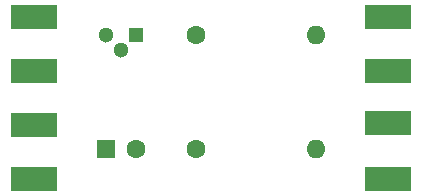
<source format=gbr>
%TF.GenerationSoftware,KiCad,Pcbnew,7.0.7*%
%TF.CreationDate,2023-08-19T23:50:35-07:00*%
%TF.ProjectId,genesis_s-video_simple,67656e65-7369-4735-9f73-2d766964656f,rev?*%
%TF.SameCoordinates,Original*%
%TF.FileFunction,Soldermask,Top*%
%TF.FilePolarity,Negative*%
%FSLAX46Y46*%
G04 Gerber Fmt 4.6, Leading zero omitted, Abs format (unit mm)*
G04 Created by KiCad (PCBNEW 7.0.7) date 2023-08-19 23:50:35*
%MOMM*%
%LPD*%
G01*
G04 APERTURE LIST*
%ADD10R,1.300000X1.300000*%
%ADD11C,1.300000*%
%ADD12R,4.006000X2.000000*%
%ADD13R,1.600000X1.600000*%
%ADD14C,1.600000*%
%ADD15O,1.600000X1.600000*%
G04 APERTURE END LIST*
D10*
%TO.C,Q2*%
X116332000Y-80772000D03*
D11*
X115052000Y-82042000D03*
X113792000Y-80772000D03*
%TD*%
D12*
%TO.C,J8*%
X137668000Y-83820000D03*
%TD*%
%TO.C,J6*%
X107693000Y-88392000D03*
%TD*%
%TO.C,J5*%
X137668000Y-92964000D03*
%TD*%
%TO.C,J2*%
X107696000Y-92964000D03*
%TD*%
%TO.C,J4*%
X137668000Y-79248000D03*
%TD*%
D13*
%TO.C,C1*%
X113832000Y-90424000D03*
D14*
X116332000Y-90424000D03*
%TD*%
D12*
%TO.C,J7*%
X137671000Y-88265000D03*
%TD*%
%TO.C,J3*%
X107696000Y-79248000D03*
%TD*%
D15*
%TO.C,R2*%
X131572000Y-80772000D03*
D14*
X121412000Y-80772000D03*
%TD*%
%TO.C,R1*%
X121412000Y-90424000D03*
D15*
X131572000Y-90424000D03*
%TD*%
D12*
%TO.C,J1*%
X107696000Y-83820000D03*
%TD*%
M02*

</source>
